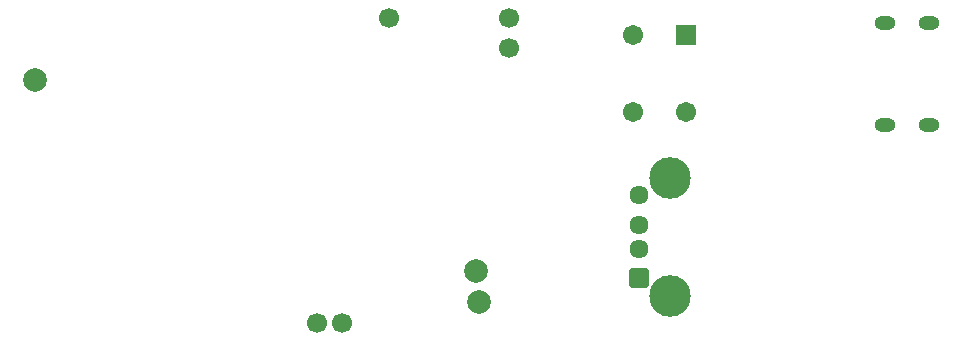
<source format=gbs>
G04 #@! TF.GenerationSoftware,KiCad,Pcbnew,9.0.2*
G04 #@! TF.CreationDate,2025-06-21T10:43:41+02:00*
G04 #@! TF.ProjectId,conndom,636f6e6e-646f-46d2-9e6b-696361645f70,0.2*
G04 #@! TF.SameCoordinates,Original*
G04 #@! TF.FileFunction,Soldermask,Bot*
G04 #@! TF.FilePolarity,Negative*
%FSLAX46Y46*%
G04 Gerber Fmt 4.6, Leading zero omitted, Abs format (unit mm)*
G04 Created by KiCad (PCBNEW 9.0.2) date 2025-06-21 10:43:41*
%MOMM*%
%LPD*%
G01*
G04 APERTURE LIST*
G04 Aperture macros list*
%AMRoundRect*
0 Rectangle with rounded corners*
0 $1 Rounding radius*
0 $2 $3 $4 $5 $6 $7 $8 $9 X,Y pos of 4 corners*
0 Add a 4 corners polygon primitive as box body*
4,1,4,$2,$3,$4,$5,$6,$7,$8,$9,$2,$3,0*
0 Add four circle primitives for the rounded corners*
1,1,$1+$1,$2,$3*
1,1,$1+$1,$4,$5*
1,1,$1+$1,$6,$7*
1,1,$1+$1,$8,$9*
0 Add four rect primitives between the rounded corners*
20,1,$1+$1,$2,$3,$4,$5,0*
20,1,$1+$1,$4,$5,$6,$7,0*
20,1,$1+$1,$6,$7,$8,$9,0*
20,1,$1+$1,$8,$9,$2,$3,0*%
G04 Aperture macros list end*
%ADD10RoundRect,0.102000X0.704000X-0.704000X0.704000X0.704000X-0.704000X0.704000X-0.704000X-0.704000X0*%
%ADD11C,1.612000*%
%ADD12C,3.520000*%
%ADD13C,1.700000*%
%ADD14C,2.000000*%
%ADD15O,1.804000X1.204000*%
%ADD16RoundRect,0.102000X-0.754000X0.754000X-0.754000X-0.754000X0.754000X-0.754000X0.754000X0.754000X0*%
%ADD17C,1.712000*%
G04 APERTURE END LIST*
D10*
X159600000Y-104300000D03*
D11*
X159600000Y-101800000D03*
X159600000Y-99800000D03*
X159600000Y-97300000D03*
D12*
X162270000Y-105800000D03*
X162270000Y-95800000D03*
D13*
X134450000Y-108080000D03*
X148630000Y-84770000D03*
D14*
X108450000Y-87560000D03*
D15*
X180400000Y-91320000D03*
X184200000Y-91320000D03*
X180400000Y-82680000D03*
X184200000Y-82680000D03*
D13*
X138470000Y-82230000D03*
D14*
X146100000Y-106310000D03*
D13*
X148630000Y-82230000D03*
D14*
X145790000Y-103700000D03*
D16*
X163600000Y-83750000D03*
D17*
X163600000Y-90250000D03*
X159100000Y-83750000D03*
X159100000Y-90250000D03*
D13*
X132320000Y-108080000D03*
M02*

</source>
